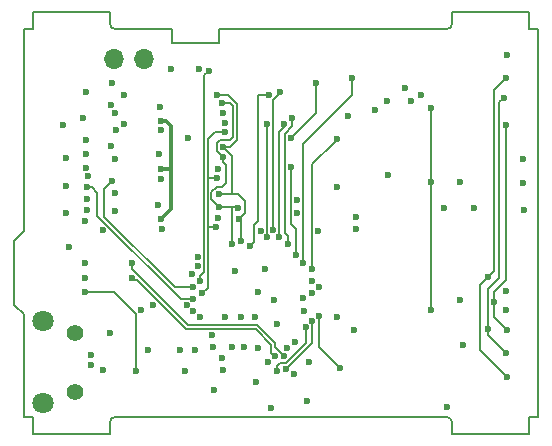
<source format=gbr>
%TF.GenerationSoftware,KiCad,Pcbnew,5.0.2-bee76a0~70~ubuntu18.04.1*%
%TF.CreationDate,2020-02-29T17:46:36-08:00*%
%TF.ProjectId,mainboard,6d61696e-626f-4617-9264-2e6b69636164,rev?*%
%TF.SameCoordinates,Original*%
%TF.FileFunction,Copper,L3,Inr*%
%TF.FilePolarity,Positive*%
%FSLAX46Y46*%
G04 Gerber Fmt 4.6, Leading zero omitted, Abs format (unit mm)*
G04 Created by KiCad (PCBNEW 5.0.2-bee76a0~70~ubuntu18.04.1) date Sat 29 Feb 2020 05:46:36 PM PST*
%MOMM*%
%LPD*%
G01*
G04 APERTURE LIST*
%ADD10C,0.150000*%
%ADD11O,1.700000X1.700000*%
%ADD12C,1.408000*%
%ADD13C,1.800000*%
%ADD14C,0.600000*%
%ADD15C,0.160000*%
%ADD16C,0.152400*%
%ADD17C,0.320000*%
G04 APERTURE END LIST*
D10*
X120902460Y-74415942D02*
X120102459Y-74415941D01*
X85102460Y-74415941D02*
G75*
G02X84602460Y-73915941I0J500000D01*
G01*
X113602459Y-73915941D02*
G75*
G02X113102459Y-74415941I-500000J0D01*
G01*
X113102459Y-107215941D02*
G75*
G02X113602459Y-107715941I0J-500000D01*
G01*
X84602460Y-107715941D02*
G75*
G02X85102460Y-107215941I500000J0D01*
G01*
X77340460Y-91475941D02*
X76502460Y-92313941D01*
X77340460Y-98555940D02*
X76502460Y-97790000D01*
X120102460Y-72915941D02*
X113602460Y-72915941D01*
X113602459Y-107715941D02*
X113602460Y-108715941D01*
X85102460Y-107215941D02*
X113102459Y-107215941D01*
X84602460Y-108715941D02*
X84602460Y-107715941D01*
X113602460Y-108715941D02*
X120102459Y-108715940D01*
X113102459Y-74415941D02*
X93872460Y-74415941D01*
X113602460Y-72915941D02*
X113602459Y-73915941D01*
X78102460Y-72915941D02*
X78102460Y-74415941D01*
X93872460Y-74415941D02*
X93872460Y-75565000D01*
X93872460Y-75565000D02*
X89872460Y-75565000D01*
X78102460Y-74415941D02*
X77340460Y-74415941D01*
X77340460Y-74415941D02*
X77340460Y-91475941D01*
X120102460Y-107215940D02*
X120902460Y-107215940D01*
X120102459Y-74415941D02*
X120102460Y-72915941D01*
X89872460Y-75565000D02*
X89872460Y-74415941D01*
X84602460Y-72915941D02*
X78102460Y-72915941D01*
X84602460Y-73915941D02*
X84602460Y-72915941D01*
X89872460Y-74415941D02*
X85102460Y-74415941D01*
X76502460Y-92313941D02*
X76502460Y-97790000D01*
X120902460Y-107215940D02*
X120902460Y-74415942D01*
X78102460Y-107215940D02*
X78102460Y-108715940D01*
X120102459Y-108715940D02*
X120102460Y-107215940D01*
X77340460Y-98555940D02*
X77340460Y-107215940D01*
X78102460Y-108715940D02*
X84602460Y-108715941D01*
X77340460Y-107215940D02*
X78102460Y-107215940D01*
D11*
X87503000Y-76962000D03*
X84963000Y-76962000D03*
D12*
X81687300Y-100088700D03*
X81687300Y-105088700D03*
D13*
X78987300Y-99088700D03*
X78987300Y-106088700D03*
D14*
X98552000Y-97345500D03*
X90551000Y-101600000D03*
X91821000Y-101600000D03*
X113157000Y-106375200D03*
X82550000Y-95440500D03*
X103822500Y-87757000D03*
X97726500Y-94678500D03*
X97155000Y-96647000D03*
X119697500Y-89725500D03*
X118237000Y-76581000D03*
X84658200Y-100126800D03*
X102260400Y-91465400D03*
X105486200Y-90297000D03*
X105486200Y-91313000D03*
X88950000Y-82900000D03*
X88950000Y-87100000D03*
X89000000Y-91300000D03*
X82600000Y-79750000D03*
X84700000Y-84250000D03*
X92200000Y-77750000D03*
X94200000Y-81500000D03*
X93750000Y-90350000D03*
X114300000Y-97300000D03*
X100455799Y-90000000D03*
X100455799Y-88850000D03*
X88237052Y-97712948D03*
X91250000Y-83600000D03*
X98742500Y-99377500D03*
X96901000Y-98806000D03*
X95694500Y-98806000D03*
X94361000Y-98806000D03*
X95250000Y-94869000D03*
X92263227Y-98768500D03*
X83050000Y-102850000D03*
X91694000Y-98298000D03*
X83000000Y-101981000D03*
X86487000Y-94170500D03*
X99387685Y-102095308D03*
X86487000Y-95440500D03*
X98587411Y-102112589D03*
X118173500Y-78549500D03*
X116649500Y-95377000D03*
X99060000Y-79755984D03*
X118237000Y-103886000D03*
X109600000Y-79350000D03*
X98425000Y-91400000D03*
X98933000Y-92011500D03*
X118173500Y-82550000D03*
X117157500Y-97536000D03*
X118237000Y-99885496D03*
X99400000Y-82450000D03*
X110150000Y-80506810D03*
X116649500Y-99758500D03*
X100076000Y-81915000D03*
X117983000Y-80200500D03*
X118173500Y-101853990D03*
X99700000Y-92550000D03*
X110938014Y-79950000D03*
X97151777Y-101399819D03*
X101282500Y-105918000D03*
X93238320Y-100304600D03*
X97028000Y-104267000D03*
X93472000Y-104965488D03*
X82550000Y-94170500D03*
X87249000Y-98171000D03*
X80899000Y-89979500D03*
X100203000Y-103568500D03*
X80899006Y-87693500D03*
X80899000Y-85344000D03*
X87884000Y-101600000D03*
X112903000Y-89535000D03*
X101473000Y-102616000D03*
X114236500Y-87376000D03*
X80645000Y-82550000D03*
X104775000Y-81724500D03*
X107061000Y-81216500D03*
X108204000Y-86741000D03*
X82600000Y-85000000D03*
X81150000Y-92800000D03*
X93800000Y-86250000D03*
X94350000Y-82350000D03*
X105250000Y-99850000D03*
X91173808Y-97789870D03*
X97393000Y-91450000D03*
X98034211Y-102584290D03*
X98300000Y-106500000D03*
X108100000Y-80500000D03*
X101073140Y-98264537D03*
X100961830Y-97162180D03*
X95951000Y-101350000D03*
X114490500Y-101155500D03*
X99600000Y-101400000D03*
X82350000Y-81900000D03*
X85150000Y-82900000D03*
X103860600Y-98729800D03*
X94944600Y-101350000D03*
X101727008Y-96774000D03*
X118173500Y-96583500D03*
X94170500Y-103251000D03*
X86804506Y-103314500D03*
X82550000Y-96647000D03*
X94107000Y-102235000D03*
X90950000Y-103378000D03*
X84836000Y-78930506D03*
X99949000Y-83629500D03*
X89750000Y-77750000D03*
X102044504Y-78930500D03*
X82550000Y-90678000D03*
X92042990Y-94438434D03*
X82804000Y-86868000D03*
X98781498Y-103354010D03*
X101199973Y-99600028D03*
X92092990Y-93701678D03*
X84048600Y-91414600D03*
X99492000Y-103200000D03*
X101711467Y-99082597D03*
X82600000Y-86169500D03*
X91694000Y-96266000D03*
X84769013Y-87272792D03*
X91694000Y-97282000D03*
X82650000Y-87750000D03*
X97917000Y-92011500D03*
X97900000Y-82400000D03*
X96456500Y-92773500D03*
X98100000Y-79950000D03*
X82650000Y-88750000D03*
X118173500Y-98170998D03*
X100250000Y-100850000D03*
X104114600Y-103073200D03*
X102321399Y-98686959D03*
X100965000Y-94234000D03*
X105092500Y-78549500D03*
X101727000Y-94742000D03*
X103886000Y-83692999D03*
X119634000Y-87439500D03*
X102350000Y-96266000D03*
X101727000Y-95758000D03*
X119634000Y-85407500D03*
X115474750Y-89566750D03*
X92456000Y-96774000D03*
X93650000Y-87000000D03*
X94350000Y-83100000D03*
X93600000Y-91150000D03*
X92250000Y-95750000D03*
X93000000Y-77900000D03*
X93345000Y-101346010D03*
X84074000Y-103271320D03*
X82650000Y-89700000D03*
X85850000Y-79950000D03*
X85054656Y-81460088D03*
X85825000Y-82425000D03*
X85050000Y-85400000D03*
X85088740Y-88261260D03*
X85039520Y-89800000D03*
X84750000Y-80800000D03*
X82600000Y-83750000D03*
X99949000Y-86042500D03*
X100400000Y-93500000D03*
X88800000Y-85000000D03*
X88900000Y-81000000D03*
X111823500Y-81089500D03*
X111823504Y-98171000D03*
X111823500Y-87376000D03*
X91600000Y-95150000D03*
X88950000Y-82147000D03*
X88950000Y-86250000D03*
X88950000Y-90500000D03*
X93650000Y-80000000D03*
X94200000Y-84350000D03*
X93850000Y-88350000D03*
X95750000Y-92300000D03*
X95550000Y-90500000D03*
X94150000Y-80650000D03*
X94200000Y-85250000D03*
X93850000Y-89450000D03*
X94940804Y-92599960D03*
X95500000Y-89500000D03*
X88700000Y-89250000D03*
D15*
X97100500Y-99450000D02*
X98636842Y-100986342D01*
X86487000Y-94170500D02*
X86487000Y-94687000D01*
X91250000Y-99450000D02*
X97100500Y-99450000D01*
X86487000Y-94687000D02*
X91250000Y-99450000D01*
X98636842Y-101344465D02*
X99387685Y-102095308D01*
X98636842Y-101200000D02*
X98636842Y-101344465D01*
X98636842Y-100986342D02*
X98636842Y-101200000D01*
D16*
X86711999Y-95665499D02*
X86487000Y-95440500D01*
X96750000Y-99800000D02*
X91035738Y-99800000D01*
X91035738Y-99800000D02*
X86901237Y-95665499D01*
X86901237Y-95665499D02*
X86711999Y-95665499D01*
D15*
X96750000Y-99800000D02*
X96950000Y-99800000D01*
X96950000Y-99800000D02*
X98250000Y-101100000D01*
X98250000Y-101775178D02*
X98587411Y-102112589D01*
X98250000Y-101100000D02*
X98250000Y-101775178D01*
D16*
X116649500Y-95377000D02*
X117157500Y-94869000D01*
X117157500Y-79565500D02*
X118173500Y-78549500D01*
X117157500Y-94869000D02*
X117157500Y-79565500D01*
X99123500Y-79819484D02*
X99060000Y-79755984D01*
X98996500Y-79819484D02*
X99123500Y-79819484D01*
X98425000Y-80390984D02*
X98996500Y-79819484D01*
X115951000Y-101600000D02*
X118237000Y-103886000D01*
X116649500Y-95377000D02*
X115951000Y-96075500D01*
X115951000Y-96075500D02*
X115951000Y-101600000D01*
X98425000Y-91400000D02*
X98425000Y-80390984D01*
X118173500Y-95631000D02*
X118173500Y-82550000D01*
X117157500Y-97536000D02*
X117157500Y-96647000D01*
X117157500Y-96647000D02*
X118173500Y-95631000D01*
X98933000Y-92011500D02*
X98933000Y-83121500D01*
X98933000Y-83121500D02*
X99441000Y-82613500D01*
X117157500Y-98805996D02*
X118237000Y-99885496D01*
X117157500Y-97536000D02*
X117157500Y-98805996D01*
X100076000Y-82612240D02*
X100076000Y-81915000D01*
X99441000Y-83247240D02*
X100076000Y-82612240D01*
X116649500Y-96417677D02*
X117602000Y-95465177D01*
X116649500Y-99758500D02*
X116649500Y-96417677D01*
X117602000Y-95465177D02*
X117602000Y-80581500D01*
X117602000Y-80581500D02*
X117983000Y-80200500D01*
X116649500Y-99758500D02*
X116649500Y-100329990D01*
X116649500Y-100329990D02*
X118173500Y-101853990D01*
D15*
X99441000Y-83247240D02*
X99441000Y-91641000D01*
X99700000Y-91900000D02*
X99700000Y-92550000D01*
X99441000Y-91641000D02*
X99700000Y-91900000D01*
D16*
X84963000Y-96647000D02*
X82550000Y-96647000D01*
X86804506Y-103314500D02*
X86804506Y-98488506D01*
X86804506Y-98488506D02*
X84963000Y-96647000D01*
X102044504Y-81533996D02*
X102044504Y-78930500D01*
X99949000Y-83629500D02*
X102044504Y-81533996D01*
D15*
X101199973Y-100024292D02*
X101199973Y-99600028D01*
X99550000Y-102650000D02*
X101199973Y-101000027D01*
X101199973Y-101000027D02*
X101199973Y-100024292D01*
X99061244Y-102650000D02*
X99550000Y-102650000D01*
X98781498Y-103354010D02*
X98781498Y-102929746D01*
X98781498Y-102929746D02*
X99061244Y-102650000D01*
D16*
X99492000Y-103200000D02*
X101711467Y-100980533D01*
X101711467Y-100980533D02*
X101711467Y-99506861D01*
X101711467Y-99506861D02*
X101711467Y-99082597D01*
X84124811Y-90279254D02*
X84124811Y-87962486D01*
X91694000Y-96266000D02*
X90111557Y-96266000D01*
X90111557Y-96266000D02*
X84124811Y-90279254D01*
D15*
X84124811Y-87916994D02*
X84769013Y-87272792D01*
X84124811Y-87962486D02*
X84124811Y-87916994D01*
D16*
X83566000Y-88700000D02*
X83566000Y-88519000D01*
D15*
X83074264Y-87750000D02*
X83566000Y-88241736D01*
X83566000Y-88700000D02*
X83566000Y-88450000D01*
X83566000Y-88241736D02*
X83566000Y-88450000D01*
X82650000Y-87750000D02*
X83074264Y-87750000D01*
D16*
X91694000Y-97282000D02*
X90660738Y-97282000D01*
X90660738Y-97282000D02*
X83566000Y-90187262D01*
X83566000Y-90187262D02*
X83566000Y-88700000D01*
X97917000Y-92011500D02*
X97980500Y-91948000D01*
D15*
X97900000Y-91994500D02*
X97917000Y-92011500D01*
X97900000Y-82400000D02*
X97900000Y-91994500D01*
X98100000Y-79950000D02*
X97675736Y-79950000D01*
X98100000Y-79950000D02*
X97200000Y-79950000D01*
X97200000Y-79950000D02*
X97150000Y-80000000D01*
X97150000Y-80000000D02*
X97150000Y-90650000D01*
X96456500Y-92773500D02*
X96850000Y-92380000D01*
X96850000Y-90950000D02*
X97150000Y-90650000D01*
X96850000Y-92380000D02*
X96850000Y-90950000D01*
D16*
X104114600Y-103073200D02*
X102321399Y-101279999D01*
X102321399Y-101279999D02*
X102321399Y-99111223D01*
X102321399Y-99111223D02*
X102321399Y-98686959D01*
X105092500Y-80010000D02*
X105092500Y-78549500D01*
X100965000Y-94234000D02*
X100965000Y-84137500D01*
X100965000Y-84137500D02*
X105092500Y-80010000D01*
X101727000Y-85851999D02*
X103661001Y-83917998D01*
X101727000Y-94742000D02*
X101727000Y-85851999D01*
X103661001Y-83917998D02*
X103886000Y-83692999D01*
D15*
X92900000Y-83700000D02*
X93500000Y-83100000D01*
X93500000Y-83100000D02*
X94350000Y-83100000D01*
X92456000Y-96774000D02*
X92900000Y-96330000D01*
X93225736Y-87000000D02*
X92900000Y-87000000D01*
X93650000Y-87000000D02*
X93225736Y-87000000D01*
X92900000Y-87000000D02*
X92900000Y-83700000D01*
X93600000Y-91150000D02*
X92900000Y-91150000D01*
X92900000Y-96330000D02*
X92900000Y-91150000D01*
X92900000Y-91150000D02*
X92900000Y-87000000D01*
X92250000Y-95325736D02*
X92600000Y-94975736D01*
X92250000Y-95750000D02*
X92250000Y-95325736D01*
X92600000Y-78300000D02*
X93000000Y-77900000D01*
X92600000Y-94975736D02*
X92600000Y-78300000D01*
X99948799Y-86466965D02*
X99948799Y-90898799D01*
X99949000Y-86042500D02*
X99949000Y-86466764D01*
X99949000Y-86466764D02*
X99948799Y-86466965D01*
X99948799Y-90898799D02*
X100400000Y-91350000D01*
X100400000Y-91350000D02*
X100400000Y-93500000D01*
D16*
X111823500Y-98170996D02*
X111823504Y-98171000D01*
X111823500Y-81089500D02*
X111823500Y-87376000D01*
X111823500Y-87376000D02*
X111823500Y-98170996D01*
D17*
X89374264Y-82147000D02*
X89800000Y-82572736D01*
X88950000Y-82147000D02*
X89374264Y-82147000D01*
X89800000Y-89650000D02*
X88950000Y-90500000D01*
X89374264Y-86250000D02*
X89800000Y-86250000D01*
X88950000Y-86250000D02*
X89374264Y-86250000D01*
X89800000Y-82572736D02*
X89800000Y-86250000D01*
X89800000Y-86250000D02*
X89800000Y-89650000D01*
D15*
X95750000Y-90700000D02*
X95550000Y-90500000D01*
X95750000Y-92300000D02*
X95750000Y-90700000D01*
X96050000Y-88950000D02*
X95450000Y-88350000D01*
X95550000Y-90500000D02*
X96050000Y-90000000D01*
X96050000Y-90000000D02*
X96050000Y-88950000D01*
X94950000Y-85100000D02*
X94200000Y-84350000D01*
X94950000Y-88350000D02*
X94950000Y-85100000D01*
X94950000Y-88350000D02*
X93850000Y-88350000D01*
X95450000Y-88350000D02*
X94950000Y-88350000D01*
X95400000Y-80750000D02*
X95400000Y-83750000D01*
X94800000Y-84350000D02*
X94200000Y-84350000D01*
X93650000Y-80000000D02*
X94650000Y-80000000D01*
X95400000Y-83750000D02*
X94800000Y-84350000D01*
X94650000Y-80000000D02*
X95400000Y-80750000D01*
X93900000Y-89500000D02*
X93850000Y-89450000D01*
X93187010Y-88787010D02*
X93187010Y-88212990D01*
X93850000Y-89450000D02*
X93187010Y-88787010D01*
X93187010Y-88212990D02*
X93650000Y-87750000D01*
X93650000Y-87750000D02*
X94100000Y-87750000D01*
X94100000Y-87750000D02*
X94450000Y-87400000D01*
X94200000Y-85674264D02*
X94200000Y-85250000D01*
X94450000Y-85924264D02*
X94200000Y-85674264D01*
X94450000Y-87400000D02*
X94450000Y-85924264D01*
X93650000Y-84700000D02*
X94200000Y-85250000D01*
X94750000Y-80650000D02*
X95000000Y-80900000D01*
X94150000Y-80650000D02*
X94750000Y-80650000D01*
X95000000Y-80900000D02*
X95000000Y-83550000D01*
X93650000Y-84050000D02*
X93650000Y-84700000D01*
X93950000Y-83750000D02*
X93650000Y-84050000D01*
X95000000Y-83550000D02*
X94800000Y-83750000D01*
X94800000Y-83750000D02*
X93950000Y-83750000D01*
X95450000Y-89450000D02*
X95500000Y-89500000D01*
X94940804Y-92599960D02*
X94940804Y-89459196D01*
X93850000Y-89450000D02*
X94950000Y-89450000D01*
X94940804Y-89459196D02*
X94950000Y-89450000D01*
X94950000Y-89450000D02*
X95450000Y-89450000D01*
M02*

</source>
